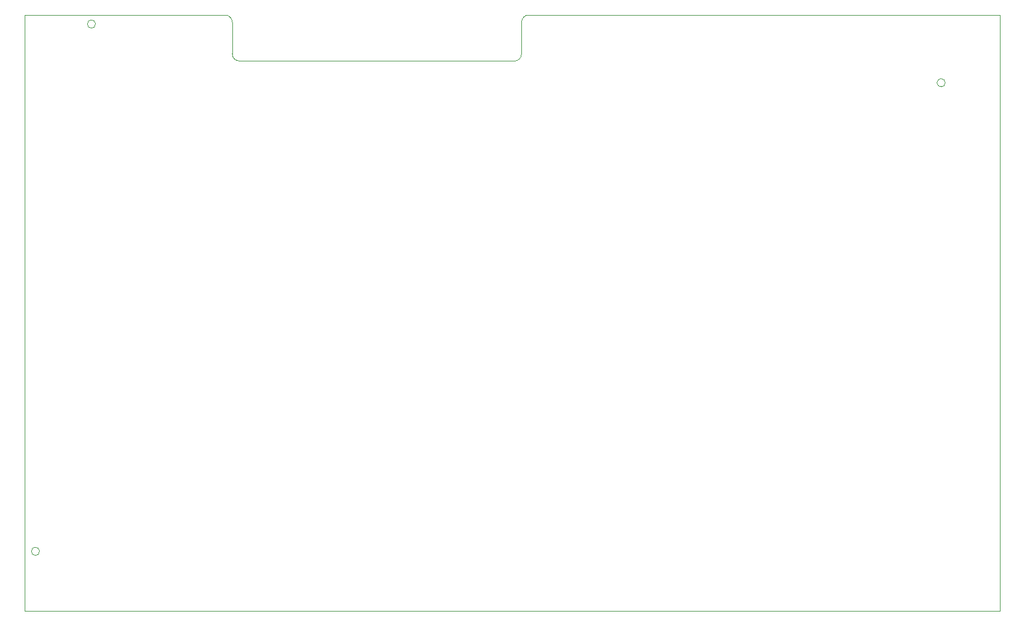
<source format=gbr>
%TF.GenerationSoftware,KiCad,Pcbnew,7.0.5*%
%TF.CreationDate,2025-09-10T14:00:20-04:00*%
%TF.ProjectId,PWA_REV2,5057415f-5245-4563-922e-6b696361645f,2.0*%
%TF.SameCoordinates,Original*%
%TF.FileFunction,Profile,NP*%
%FSLAX46Y46*%
G04 Gerber Fmt 4.6, Leading zero omitted, Abs format (unit mm)*
G04 Created by KiCad (PCBNEW 7.0.5) date 2025-09-10 14:00:20*
%MOMM*%
%LPD*%
G01*
G04 APERTURE LIST*
%TA.AperFunction,Profile*%
%ADD10C,0.050000*%
%TD*%
%TA.AperFunction,Profile*%
%ADD11C,0.120000*%
%TD*%
G04 APERTURE END LIST*
D10*
X55880000Y-17780000D02*
X55880000Y-101600000D01*
X55880000Y-101600000D02*
X193040000Y-101600000D01*
X55880000Y-17780000D02*
X84074000Y-17780000D01*
X86106000Y-24257000D02*
X124764800Y-24257000D01*
X126796800Y-17780000D02*
X193040000Y-17780000D01*
X125780800Y-18796000D02*
X125780800Y-23241000D01*
X126796800Y-17780000D02*
G75*
G03*
X125780800Y-18796000I0J-1016000D01*
G01*
X193040000Y-101600000D02*
X193040000Y-17780000D01*
X85090000Y-23241000D02*
G75*
G03*
X86106000Y-24257000I1016000J0D01*
G01*
X124764800Y-24257000D02*
G75*
G03*
X125780800Y-23241000I0J1016000D01*
G01*
X85090000Y-18796000D02*
X85090000Y-23241000D01*
X85090000Y-18796000D02*
G75*
G03*
X84074000Y-17780000I-1016000J0D01*
G01*
D11*
%TO.C,T102*%
X57980000Y-93218000D02*
G75*
G03*
X57980000Y-93218000I-576000J0D01*
G01*
%TO.C,T103*%
X185361000Y-27305000D02*
G75*
G03*
X185361000Y-27305000I-576000J0D01*
G01*
%TO.C,T101*%
X65854000Y-19050000D02*
G75*
G03*
X65854000Y-19050000I-576000J0D01*
G01*
%TD*%
M02*

</source>
